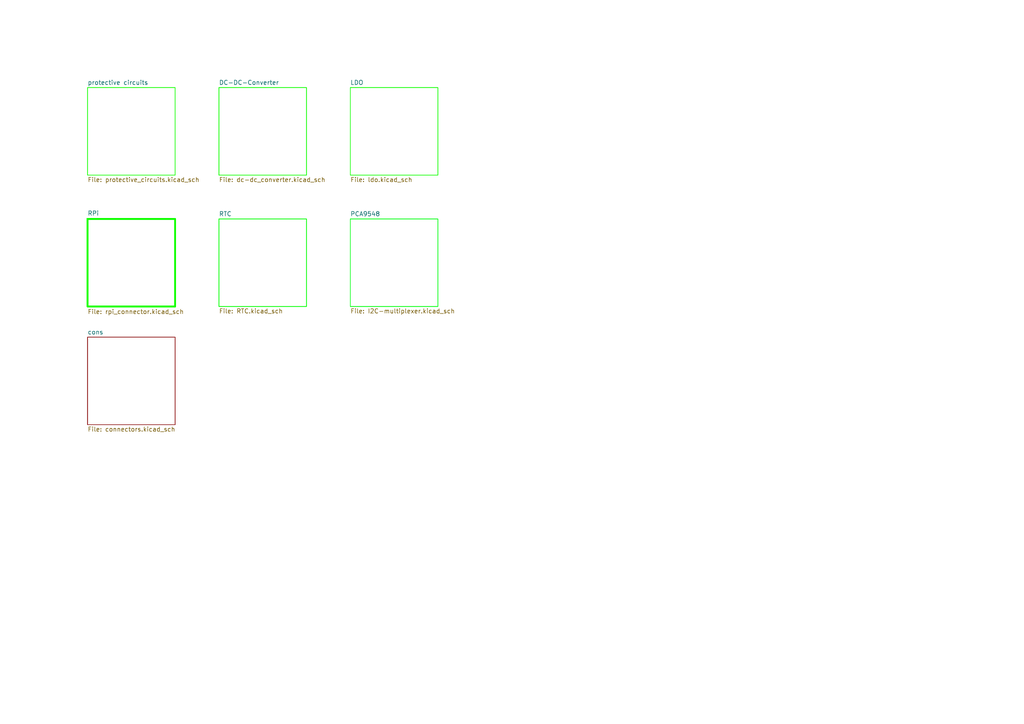
<source format=kicad_sch>
(kicad_sch
	(version 20231120)
	(generator "eeschema")
	(generator_version "8.0")
	(uuid "63d8ebc3-d81d-4869-925f-b28ad884a523")
	(paper "A4")
	(lib_symbols)
	(sheet
		(at 63.5 25.4)
		(size 25.4 25.4)
		(fields_autoplaced yes)
		(stroke
			(width 0.1524)
			(type solid)
			(color 15 255 0 1)
		)
		(fill
			(color 0 0 0 0.0000)
		)
		(uuid "58486cd9-8a71-4336-9353-75b232eb4196")
		(property "Sheetname" "DC-DC-Converter"
			(at 63.5 24.6884 0)
			(effects
				(font
					(size 1.27 1.27)
				)
				(justify left bottom)
			)
		)
		(property "Sheetfile" "dc-dc_converter.kicad_sch"
			(at 63.5 51.3846 0)
			(effects
				(font
					(size 1.27 1.27)
				)
				(justify left top)
			)
		)
		(property "Feld2" ""
			(at 63.5 25.4 0)
			(effects
				(font
					(size 1.27 1.27)
				)
				(hide yes)
			)
		)
		(instances
			(project "phytohab_habcontroller_v.4.1"
				(path "/63d8ebc3-d81d-4869-925f-b28ad884a523"
					(page "200")
				)
			)
		)
	)
	(sheet
		(at 25.4 63.5)
		(size 25.4 25.4)
		(fields_autoplaced yes)
		(stroke
			(width 0.5)
			(type solid)
			(color 15 255 0 1)
		)
		(fill
			(color 0 0 0 0.0000)
		)
		(uuid "7773dce3-43b2-4fdb-a245-258140eb82d5")
		(property "Sheetname" "RPi"
			(at 25.4 62.6146 0)
			(effects
				(font
					(size 1.27 1.27)
				)
				(justify left bottom)
			)
		)
		(property "Sheetfile" "rpi_connector.kicad_sch"
			(at 25.4 89.6584 0)
			(effects
				(font
					(size 1.27 1.27)
				)
				(justify left top)
			)
		)
		(instances
			(project "phytohab_habcontroller_v.4.1"
				(path "/63d8ebc3-d81d-4869-925f-b28ad884a523"
					(page "400")
				)
			)
		)
	)
	(sheet
		(at 101.6 25.4)
		(size 25.4 25.4)
		(fields_autoplaced yes)
		(stroke
			(width 0.1524)
			(type solid)
			(color 15 255 0 1)
		)
		(fill
			(color 0 0 0 0.0000)
		)
		(uuid "85811e20-2610-48e4-a5bf-8edeeb1afe1f")
		(property "Sheetname" "LDO"
			(at 101.6 24.6884 0)
			(effects
				(font
					(size 1.27 1.27)
				)
				(justify left bottom)
			)
		)
		(property "Sheetfile" "ldo.kicad_sch"
			(at 101.6 51.3846 0)
			(effects
				(font
					(size 1.27 1.27)
				)
				(justify left top)
			)
		)
		(property "Feld2" ""
			(at 101.6 25.4 0)
			(effects
				(font
					(size 1.27 1.27)
				)
				(hide yes)
			)
		)
		(instances
			(project "phytohab_habcontroller_v.4.1"
				(path "/63d8ebc3-d81d-4869-925f-b28ad884a523"
					(page "300")
				)
			)
		)
	)
	(sheet
		(at 101.6 63.5)
		(size 25.4 25.4)
		(fields_autoplaced yes)
		(stroke
			(width 0.1524)
			(type solid)
			(color 0 255 14 1)
		)
		(fill
			(color 0 0 0 0.0000)
		)
		(uuid "8a65ced2-6c74-4da7-a404-c238d079fe7e")
		(property "Sheetname" "PCA9548"
			(at 101.6 62.7884 0)
			(effects
				(font
					(size 1.27 1.27)
				)
				(justify left bottom)
			)
		)
		(property "Sheetfile" "I2C-multiplexer.kicad_sch"
			(at 101.6 89.4846 0)
			(effects
				(font
					(size 1.27 1.27)
				)
				(justify left top)
			)
		)
		(instances
			(project "phytohab_habcontroller_v.4.1"
				(path "/63d8ebc3-d81d-4869-925f-b28ad884a523"
					(page "600")
				)
			)
		)
	)
	(sheet
		(at 25.4 97.79)
		(size 25.4 25.4)
		(fields_autoplaced yes)
		(stroke
			(width 0.1524)
			(type solid)
		)
		(fill
			(color 0 0 0 0.0000)
		)
		(uuid "abd455d8-329f-441e-8b46-a9e39d61c815")
		(property "Sheetname" "cons"
			(at 25.4 97.0784 0)
			(effects
				(font
					(size 1.27 1.27)
				)
				(justify left bottom)
			)
		)
		(property "Sheetfile" "connectors.kicad_sch"
			(at 25.4 123.7746 0)
			(effects
				(font
					(size 1.27 1.27)
				)
				(justify left top)
			)
		)
		(instances
			(project "phytohab_habcontroller_v.4.1"
				(path "/63d8ebc3-d81d-4869-925f-b28ad884a523"
					(page "1000")
				)
			)
		)
	)
	(sheet
		(at 25.4 25.4)
		(size 25.4 25.4)
		(fields_autoplaced yes)
		(stroke
			(width 0.1524)
			(type solid)
			(color 22 255 6 1)
		)
		(fill
			(color 0 0 0 0.0000)
		)
		(uuid "f136d3d6-4640-430f-9e07-8a7433887404")
		(property "Sheetname" "protective circuits"
			(at 25.4 24.6884 0)
			(effects
				(font
					(size 1.27 1.27)
				)
				(justify left bottom)
			)
		)
		(property "Sheetfile" "protective_circuits.kicad_sch"
			(at 25.4 51.3846 0)
			(effects
				(font
					(size 1.27 1.27)
				)
				(justify left top)
			)
		)
		(property "Feld2" ""
			(at 25.4 25.4 0)
			(effects
				(font
					(size 1.27 1.27)
				)
				(hide yes)
			)
		)
		(instances
			(project "phytohab_habcontroller_v.4.1"
				(path "/63d8ebc3-d81d-4869-925f-b28ad884a523"
					(page "100")
				)
			)
		)
	)
	(sheet
		(at 63.5 63.5)
		(size 25.4 25.4)
		(fields_autoplaced yes)
		(stroke
			(width 0.1524)
			(type solid)
			(color 0 255 0 1)
		)
		(fill
			(color 0 0 0 0.0000)
		)
		(uuid "fff94551-8b7c-4eb8-ba7c-511646405896")
		(property "Sheetname" "RTC"
			(at 63.5 62.7884 0)
			(effects
				(font
					(size 1.27 1.27)
				)
				(justify left bottom)
			)
		)
		(property "Sheetfile" "RTC.kicad_sch"
			(at 63.5 89.4846 0)
			(effects
				(font
					(size 1.27 1.27)
				)
				(justify left top)
			)
		)
		(instances
			(project "phytohab_habcontroller_v.4.1"
				(path "/63d8ebc3-d81d-4869-925f-b28ad884a523"
					(page "500")
				)
			)
		)
	)
	(sheet_instances
		(path "/"
			(page "001")
		)
	)
)

</source>
